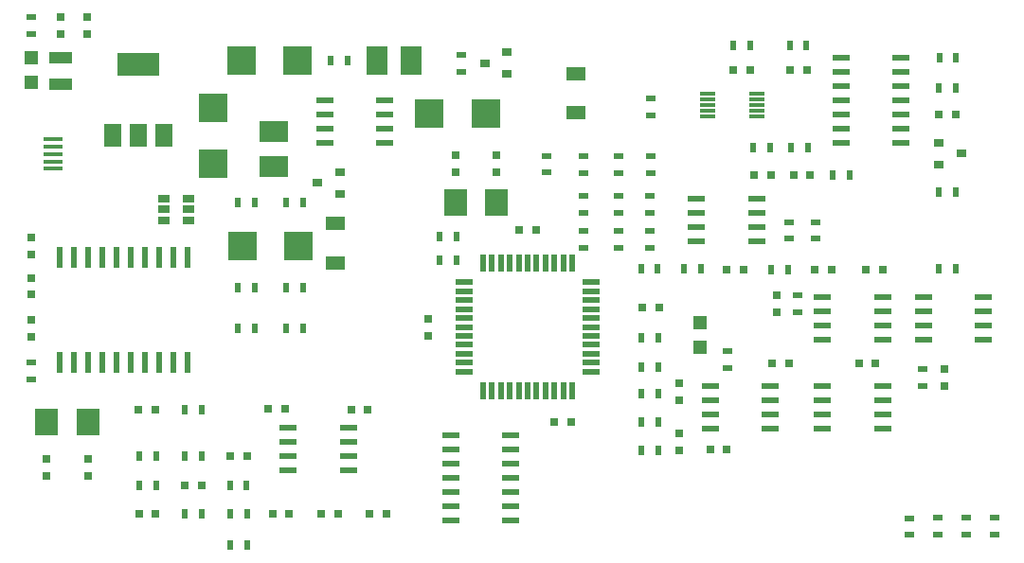
<source format=gtp>
G04 #@! TF.FileFunction,Paste,Top*
%FSLAX46Y46*%
G04 Gerber Fmt 4.6, Leading zero omitted, Abs format (unit mm)*
G04 Created by KiCad (PCBNEW 4.0.7-e2-6376~58~ubuntu16.04.1) date Sun Nov  4 09:06:44 2018*
%MOMM*%
%LPD*%
G01*
G04 APERTURE LIST*
%ADD10C,0.100000*%
%ADD11R,1.800000X0.400000*%
%ADD12R,1.550000X0.600000*%
%ADD13R,0.550000X1.500000*%
%ADD14R,1.500000X0.550000*%
%ADD15R,0.500000X0.900000*%
%ADD16R,0.600000X1.950000*%
%ADD17R,2.500000X2.550000*%
%ADD18R,2.550000X2.500000*%
%ADD19R,1.700000X1.300000*%
%ADD20R,2.030000X1.140000*%
%ADD21R,0.900000X0.800000*%
%ADD22R,1.500000X0.600000*%
%ADD23R,1.060000X0.650000*%
%ADD24R,3.800000X2.000000*%
%ADD25R,1.500000X2.000000*%
%ADD26R,1.400000X0.300000*%
%ADD27R,2.500000X1.950000*%
%ADD28R,1.950000X2.500000*%
%ADD29R,0.750000X0.800000*%
%ADD30R,0.800000X0.750000*%
%ADD31R,0.900000X0.500000*%
%ADD32R,2.000000X2.400000*%
%ADD33R,1.200000X1.200000*%
G04 APERTURE END LIST*
D10*
D11*
X95600000Y-73550000D03*
X95600000Y-74200000D03*
X95600000Y-74850000D03*
X95600000Y-75500000D03*
X95600000Y-76150000D03*
D12*
X125300000Y-73855000D03*
X125300000Y-72585000D03*
X125300000Y-71315000D03*
X125300000Y-70045000D03*
X119900000Y-70045000D03*
X119900000Y-71315000D03*
X119900000Y-72585000D03*
X119900000Y-73855000D03*
D13*
X134060000Y-96020000D03*
X134860000Y-96020000D03*
X135660000Y-96020000D03*
X136460000Y-96020000D03*
X137260000Y-96020000D03*
X138060000Y-96020000D03*
X138860000Y-96020000D03*
X139660000Y-96020000D03*
X140460000Y-96020000D03*
X141260000Y-96020000D03*
X142060000Y-96020000D03*
D14*
X143760000Y-94320000D03*
X143760000Y-93520000D03*
X143760000Y-92720000D03*
X143760000Y-91920000D03*
X143760000Y-91120000D03*
X143760000Y-90320000D03*
X143760000Y-89520000D03*
X143760000Y-88720000D03*
X143760000Y-87920000D03*
X143760000Y-87120000D03*
X143760000Y-86320000D03*
D13*
X142060000Y-84620000D03*
X141260000Y-84620000D03*
X140460000Y-84620000D03*
X139660000Y-84620000D03*
X138860000Y-84620000D03*
X138060000Y-84620000D03*
X137260000Y-84620000D03*
X136460000Y-84620000D03*
X135660000Y-84620000D03*
X134860000Y-84620000D03*
X134060000Y-84620000D03*
D14*
X132360000Y-86320000D03*
X132360000Y-87120000D03*
X132360000Y-87920000D03*
X132360000Y-88720000D03*
X132360000Y-89520000D03*
X132360000Y-90320000D03*
X132360000Y-91120000D03*
X132360000Y-91920000D03*
X132360000Y-92720000D03*
X132360000Y-93520000D03*
X132360000Y-94320000D03*
D15*
X112960000Y-107010000D03*
X111460000Y-107010000D03*
D12*
X154370000Y-95595000D03*
X154370000Y-96865000D03*
X154370000Y-98135000D03*
X154370000Y-99405000D03*
X159770000Y-99405000D03*
X159770000Y-98135000D03*
X159770000Y-96865000D03*
X159770000Y-95595000D03*
D16*
X96245000Y-93510000D03*
X97515000Y-93510000D03*
X98785000Y-93510000D03*
X100055000Y-93510000D03*
X101325000Y-93510000D03*
X102595000Y-93510000D03*
X103865000Y-93510000D03*
X105135000Y-93510000D03*
X106405000Y-93510000D03*
X107675000Y-93510000D03*
X107675000Y-84110000D03*
X106405000Y-84110000D03*
X105135000Y-84110000D03*
X103865000Y-84110000D03*
X102595000Y-84110000D03*
X101325000Y-84110000D03*
X100055000Y-84110000D03*
X98785000Y-84110000D03*
X97515000Y-84110000D03*
X96245000Y-84110000D03*
D17*
X109950000Y-75725000D03*
X109950000Y-70675000D03*
D18*
X117595000Y-83090000D03*
X112545000Y-83090000D03*
X134325000Y-71200000D03*
X129275000Y-71200000D03*
X112465000Y-66480000D03*
X117515000Y-66480000D03*
D19*
X120890000Y-84580000D03*
X120890000Y-81080000D03*
X142380000Y-67670000D03*
X142380000Y-71170000D03*
D20*
X96300000Y-68600000D03*
X96300000Y-66200000D03*
D21*
X174800000Y-73870000D03*
X174800000Y-75770000D03*
X176800000Y-74820000D03*
D22*
X131160000Y-100040000D03*
X131160000Y-101310000D03*
X131160000Y-102580000D03*
X131160000Y-103850000D03*
X131160000Y-105120000D03*
X131160000Y-106390000D03*
X131160000Y-107660000D03*
X136560000Y-107660000D03*
X136560000Y-106390000D03*
X136560000Y-105120000D03*
X136560000Y-103850000D03*
X136560000Y-102580000D03*
X136560000Y-101310000D03*
X136560000Y-100040000D03*
D23*
X105550000Y-78850000D03*
X105550000Y-79800000D03*
X105550000Y-80750000D03*
X107750000Y-80750000D03*
X107750000Y-78850000D03*
X107750000Y-79800000D03*
D24*
X103240000Y-66840000D03*
D25*
X103240000Y-73140000D03*
X105540000Y-73140000D03*
X100940000Y-73140000D03*
D22*
X166050000Y-66240000D03*
X166050000Y-67510000D03*
X166050000Y-68780000D03*
X166050000Y-70050000D03*
X166050000Y-71320000D03*
X166050000Y-72590000D03*
X166050000Y-73860000D03*
X171450000Y-73860000D03*
X171450000Y-72590000D03*
X171450000Y-71320000D03*
X171450000Y-70050000D03*
X171450000Y-68780000D03*
X171450000Y-67510000D03*
X171450000Y-66240000D03*
D12*
X164370000Y-87625000D03*
X164370000Y-88895000D03*
X164370000Y-90165000D03*
X164370000Y-91435000D03*
X169770000Y-91435000D03*
X169770000Y-90165000D03*
X169770000Y-88895000D03*
X169770000Y-87625000D03*
D26*
X154150000Y-69450000D03*
X154150000Y-69950000D03*
X154150000Y-70450000D03*
X154150000Y-70950000D03*
X154150000Y-71450000D03*
X158550000Y-71450000D03*
X158550000Y-70950000D03*
X158550000Y-70450000D03*
X158550000Y-69950000D03*
X158550000Y-69450000D03*
D12*
X173410000Y-87615000D03*
X173410000Y-88885000D03*
X173410000Y-90155000D03*
X173410000Y-91425000D03*
X178810000Y-91425000D03*
X178810000Y-90155000D03*
X178810000Y-88885000D03*
X178810000Y-87615000D03*
X164410000Y-95595000D03*
X164410000Y-96865000D03*
X164410000Y-98135000D03*
X164410000Y-99405000D03*
X169810000Y-99405000D03*
X169810000Y-98135000D03*
X169810000Y-96865000D03*
X169810000Y-95595000D03*
X122060000Y-103155000D03*
X122060000Y-101885000D03*
X122060000Y-100615000D03*
X122060000Y-99345000D03*
X116660000Y-99345000D03*
X116660000Y-100615000D03*
X116660000Y-101885000D03*
X116660000Y-103155000D03*
X153130000Y-78885000D03*
X153130000Y-80155000D03*
X153130000Y-81425000D03*
X153130000Y-82695000D03*
X158530000Y-82695000D03*
X158530000Y-81425000D03*
X158530000Y-80155000D03*
X158530000Y-78885000D03*
D21*
X121260000Y-78380000D03*
X121260000Y-76480000D03*
X119260000Y-77430000D03*
X136230000Y-67660000D03*
X136230000Y-65760000D03*
X134230000Y-66710000D03*
D27*
X115350000Y-75925000D03*
X115350000Y-72875000D03*
D28*
X127605000Y-66480000D03*
X124555000Y-66480000D03*
D29*
X93690000Y-85930000D03*
X93690000Y-87430000D03*
X93680000Y-83840000D03*
X93680000Y-82340000D03*
X129130000Y-89610000D03*
X129130000Y-91110000D03*
X93700000Y-89710000D03*
X93700000Y-91210000D03*
D30*
X103320000Y-107060000D03*
X104820000Y-107060000D03*
X103290000Y-97760000D03*
X104790000Y-97760000D03*
D29*
X131600000Y-76440000D03*
X131600000Y-74940000D03*
D30*
X125410000Y-107020000D03*
X123910000Y-107020000D03*
D29*
X135290000Y-76440000D03*
X135290000Y-74940000D03*
D30*
X138810000Y-81630000D03*
X137310000Y-81630000D03*
D29*
X98660000Y-64130000D03*
X98660000Y-62630000D03*
D30*
X148300000Y-88620000D03*
X149800000Y-88620000D03*
D29*
X96300000Y-64130000D03*
X96300000Y-62630000D03*
D30*
X141920000Y-98840000D03*
X140420000Y-98840000D03*
X167670000Y-93540000D03*
X169170000Y-93540000D03*
D29*
X160290000Y-89000000D03*
X160290000Y-87500000D03*
D30*
X156470000Y-67300000D03*
X157970000Y-67300000D03*
X165220000Y-85160000D03*
X163720000Y-85160000D03*
X169770000Y-85160000D03*
X168270000Y-85160000D03*
X163000000Y-67300000D03*
X161500000Y-67300000D03*
X154370000Y-101310000D03*
X155870000Y-101310000D03*
D29*
X151610000Y-96860000D03*
X151610000Y-95360000D03*
D30*
X111480000Y-101880000D03*
X112980000Y-101880000D03*
X161430000Y-93540000D03*
X159930000Y-93540000D03*
X176300000Y-71330000D03*
X174800000Y-71330000D03*
X119620000Y-107010000D03*
X121120000Y-107010000D03*
X155840000Y-85160000D03*
X157340000Y-85160000D03*
X116390000Y-97630000D03*
X114890000Y-97630000D03*
X116760000Y-107010000D03*
X115260000Y-107010000D03*
X159830000Y-76720000D03*
X158330000Y-76720000D03*
X123770000Y-97740000D03*
X122270000Y-97740000D03*
D29*
X175340000Y-95590000D03*
X175340000Y-94090000D03*
D30*
X107410000Y-104520000D03*
X108910000Y-104520000D03*
D29*
X151610000Y-101350000D03*
X151610000Y-99850000D03*
D30*
X163310000Y-76730000D03*
X161810000Y-76730000D03*
D31*
X139760000Y-76500000D03*
X139760000Y-75000000D03*
D15*
X131670000Y-84330000D03*
X130170000Y-84330000D03*
X131670000Y-82240000D03*
X130170000Y-82240000D03*
X113670000Y-79210000D03*
X112170000Y-79210000D03*
X116480000Y-79220000D03*
X117980000Y-79220000D03*
D31*
X172210000Y-108930000D03*
X172210000Y-107430000D03*
X174760000Y-108910000D03*
X174760000Y-107410000D03*
X177290000Y-108910000D03*
X177290000Y-107410000D03*
X179830000Y-108890000D03*
X179830000Y-107390000D03*
X132120000Y-67470000D03*
X132120000Y-65970000D03*
X143030000Y-75020000D03*
X143030000Y-76520000D03*
D15*
X121950000Y-66480000D03*
X120450000Y-66480000D03*
X148200000Y-85140000D03*
X149700000Y-85140000D03*
X112940000Y-104530000D03*
X111440000Y-104530000D03*
D31*
X146210000Y-78590000D03*
X146210000Y-80090000D03*
X146210000Y-76520000D03*
X146210000Y-75020000D03*
D15*
X156470000Y-65140000D03*
X157970000Y-65140000D03*
X161480000Y-65140000D03*
X162980000Y-65140000D03*
D31*
X162160000Y-87510000D03*
X162160000Y-89010000D03*
X173390000Y-94080000D03*
X173390000Y-95580000D03*
D15*
X176300000Y-85130000D03*
X174800000Y-85130000D03*
X161320000Y-85160000D03*
X159820000Y-85160000D03*
X176290000Y-68930000D03*
X174790000Y-68930000D03*
X176350000Y-66230000D03*
X174850000Y-66230000D03*
D31*
X149050000Y-69890000D03*
X149050000Y-71390000D03*
D15*
X149740000Y-96260000D03*
X148240000Y-96260000D03*
X149710000Y-101350000D03*
X148210000Y-101350000D03*
X148220000Y-98800000D03*
X149720000Y-98800000D03*
D31*
X146200000Y-83210000D03*
X146200000Y-81710000D03*
X148950000Y-83210000D03*
X148950000Y-81710000D03*
D15*
X152040000Y-85140000D03*
X153540000Y-85140000D03*
D31*
X155960000Y-92500000D03*
X155960000Y-94000000D03*
D15*
X158250000Y-74290000D03*
X159750000Y-74290000D03*
X176300000Y-78230000D03*
X174800000Y-78230000D03*
X161590000Y-74290000D03*
X163090000Y-74290000D03*
D31*
X149050000Y-76520000D03*
X149050000Y-75020000D03*
D15*
X165350000Y-76730000D03*
X166850000Y-76730000D03*
X108910000Y-107040000D03*
X107410000Y-107040000D03*
X108910000Y-97760000D03*
X107410000Y-97760000D03*
X107410000Y-101880000D03*
X108910000Y-101880000D03*
X103330000Y-101880000D03*
X104830000Y-101880000D03*
X111460000Y-109790000D03*
X112960000Y-109790000D03*
D31*
X149020000Y-78590000D03*
X149020000Y-80090000D03*
X161425000Y-82425000D03*
X161425000Y-80925000D03*
X163820000Y-82420000D03*
X163820000Y-80920000D03*
D15*
X148250000Y-93880000D03*
X149750000Y-93880000D03*
X149760000Y-91300000D03*
X148260000Y-91300000D03*
D31*
X93680000Y-64120000D03*
X93680000Y-62620000D03*
D15*
X113680000Y-86840000D03*
X112180000Y-86840000D03*
X113660000Y-90460000D03*
X112160000Y-90460000D03*
X117980000Y-86830000D03*
X116480000Y-86830000D03*
X117980000Y-90460000D03*
X116480000Y-90460000D03*
D31*
X93680000Y-95020000D03*
X93680000Y-93520000D03*
D29*
X95075000Y-103625000D03*
X95075000Y-102125000D03*
X98775000Y-103625000D03*
X98775000Y-102125000D03*
D32*
X95080000Y-98840000D03*
X98780000Y-98840000D03*
D31*
X143070000Y-83210000D03*
X143070000Y-81710000D03*
D33*
X153480000Y-92170000D03*
X153480000Y-89970000D03*
X93680000Y-66220000D03*
X93680000Y-68420000D03*
D32*
X131590000Y-79210000D03*
X135290000Y-79210000D03*
D15*
X103330000Y-104520000D03*
X104830000Y-104520000D03*
D31*
X143070000Y-80090000D03*
X143070000Y-78590000D03*
M02*

</source>
